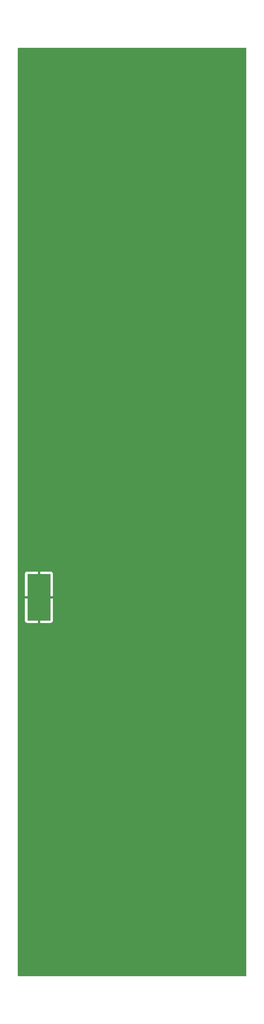
<source format=gbl>
%TF.GenerationSoftware,KiCad,Pcbnew,8.0.5*%
%TF.CreationDate,2024-12-04T20:04:43+01:00*%
%TF.ProjectId,DMH_Mixer_PANEL,444d485f-4d69-4786-9572-5f50414e454c,rev?*%
%TF.SameCoordinates,Original*%
%TF.FileFunction,Copper,L2,Bot*%
%TF.FilePolarity,Positive*%
%FSLAX46Y46*%
G04 Gerber Fmt 4.6, Leading zero omitted, Abs format (unit mm)*
G04 Created by KiCad (PCBNEW 8.0.5) date 2024-12-04 20:04:43*
%MOMM*%
%LPD*%
G01*
G04 APERTURE LIST*
%TA.AperFunction,ComponentPad*%
%ADD10C,4.000000*%
%TD*%
%TA.AperFunction,ComponentPad*%
%ADD11C,2.900000*%
%TD*%
%TA.AperFunction,ComponentPad*%
%ADD12C,13.000000*%
%TD*%
%TA.AperFunction,ComponentPad*%
%ADD13C,0.500000*%
%TD*%
%TA.AperFunction,ConnectorPad*%
%ADD14C,12.000000*%
%TD*%
%TA.AperFunction,ComponentPad*%
%ADD15O,2.500000X1.500000*%
%TD*%
%TA.AperFunction,ComponentPad*%
%ADD16C,2.600000*%
%TD*%
%TA.AperFunction,SMDPad,CuDef*%
%ADD17R,5.000000X10.000000*%
%TD*%
G04 APERTURE END LIST*
D10*
%TO.P,H3,1,1*%
%TO.N,GND*%
X53500000Y-226500000D03*
%TD*%
D11*
%TO.P,H18,1,1*%
%TO.N,GND*%
X58500000Y-123100000D03*
D12*
X58500000Y-129500000D03*
%TD*%
D13*
%TO.P,H8,1,1*%
%TO.N,GND*%
X85800000Y-208750000D03*
X87460000Y-204720000D03*
X87470000Y-212790000D03*
X91500000Y-203050000D03*
D14*
X91500000Y-208750000D03*
D13*
X91500000Y-214450000D03*
X95530000Y-212790000D03*
X95540000Y-204720000D03*
X97200000Y-208750000D03*
%TD*%
%TO.P,H5,1,1*%
%TO.N,GND*%
X52800000Y-190250000D03*
X54460000Y-186220000D03*
X54470000Y-194290000D03*
X58500000Y-184550000D03*
D14*
X58500000Y-190250000D03*
D13*
X58500000Y-195950000D03*
X62530000Y-194290000D03*
X62540000Y-186220000D03*
X64200000Y-190250000D03*
%TD*%
D14*
%TO.P,H13,1,1*%
%TO.N,GND*%
X83250000Y-129500000D03*
D15*
X83250000Y-135500000D03*
%TD*%
D11*
%TO.P,H14,1,1*%
%TO.N,GND*%
X58500000Y-52100000D03*
D12*
X58500000Y-58500000D03*
%TD*%
D14*
%TO.P,H11,1,1*%
%TO.N,GND*%
X83250000Y-58500000D03*
D15*
X83250000Y-64500000D03*
%TD*%
D11*
%TO.P,H19,1,1*%
%TO.N,GND*%
X58500000Y-158600000D03*
D12*
X58500000Y-165000000D03*
%TD*%
D13*
%TO.P,H6,1,1*%
%TO.N,GND*%
X69300000Y-190250000D03*
X70960000Y-186220000D03*
X70970000Y-194290000D03*
X75000000Y-184550000D03*
D14*
X75000000Y-190250000D03*
D13*
X75000000Y-195950000D03*
X79030000Y-194290000D03*
X79040000Y-186220000D03*
X80700000Y-190250000D03*
%TD*%
%TO.P,H7,1,1*%
%TO.N,GND*%
X52800000Y-208750000D03*
X54460000Y-204720000D03*
X54470000Y-212790000D03*
X58500000Y-203050000D03*
D14*
X58500000Y-208750000D03*
D13*
X58500000Y-214450000D03*
X62530000Y-212790000D03*
X62540000Y-204720000D03*
X64200000Y-208750000D03*
%TD*%
D14*
%TO.P,H12,1,1*%
%TO.N,GND*%
X83250000Y-94000000D03*
D15*
X83250000Y-100000000D03*
%TD*%
D13*
%TO.P,H15,1,1*%
%TO.N,GND*%
X69300000Y-208750000D03*
X70960000Y-204720000D03*
X70970000Y-212790000D03*
X75000000Y-203050000D03*
D14*
X75000000Y-208750000D03*
D13*
X75000000Y-214450000D03*
X79030000Y-212790000D03*
X79040000Y-204720000D03*
X80700000Y-208750000D03*
%TD*%
D10*
%TO.P,H2,1,1*%
%TO.N,GND*%
X96500000Y-33500000D03*
%TD*%
%TO.P,H4,1,1*%
%TO.N,GND*%
X96500000Y-226500000D03*
%TD*%
D14*
%TO.P,H16,1,1*%
%TO.N,GND*%
X83250000Y-165000000D03*
D15*
X83250000Y-171000000D03*
%TD*%
D10*
%TO.P,H1,1,1*%
%TO.N,GND*%
X53500000Y-33500000D03*
%TD*%
D16*
%TO.P,H9,1,1*%
%TO.N,GND*%
X91500000Y-185050000D03*
D12*
X91500000Y-190250000D03*
%TD*%
D11*
%TO.P,H17,1,1*%
%TO.N,GND*%
X58500000Y-87600000D03*
D12*
X58500000Y-94000000D03*
%TD*%
D17*
%TO.P,J0,1,Pin_1*%
%TO.N,GND*%
X55000000Y-148250000D03*
%TD*%
%TA.AperFunction,Conductor*%
%TO.N,GND*%
G36*
X99442539Y-30520185D02*
G01*
X99488294Y-30572989D01*
X99499500Y-30624500D01*
X99499500Y-229375500D01*
X99479815Y-229442539D01*
X99427011Y-229488294D01*
X99375500Y-229499500D01*
X50624500Y-229499500D01*
X50557461Y-229479815D01*
X50511706Y-229427011D01*
X50500500Y-229375500D01*
X50500500Y-208749993D01*
X53094630Y-208749993D01*
X53094630Y-208750006D01*
X53114101Y-209208394D01*
X53172381Y-209663513D01*
X53269043Y-210112028D01*
X53403399Y-210550746D01*
X53403401Y-210550751D01*
X53574468Y-210976468D01*
X53574472Y-210976479D01*
X53781026Y-211386154D01*
X53781037Y-211386174D01*
X53901317Y-211581521D01*
X54021599Y-211776871D01*
X54294429Y-212145762D01*
X54597560Y-212490186D01*
X54928809Y-212807662D01*
X55285788Y-213095902D01*
X55665925Y-213352830D01*
X56066482Y-213576595D01*
X56066485Y-213576596D01*
X56066494Y-213576601D01*
X56484566Y-213765581D01*
X56484573Y-213765584D01*
X56917185Y-213918435D01*
X57361201Y-214034048D01*
X57813422Y-214111589D01*
X57954946Y-214123634D01*
X58270571Y-214150499D01*
X58270588Y-214150499D01*
X58270590Y-214150500D01*
X58270591Y-214150500D01*
X58729409Y-214150500D01*
X58729410Y-214150500D01*
X58729411Y-214150499D01*
X58729428Y-214150499D01*
X59001523Y-214127339D01*
X59186578Y-214111589D01*
X59638799Y-214034048D01*
X60082815Y-213918435D01*
X60515427Y-213765584D01*
X60933518Y-213576595D01*
X61334075Y-213352830D01*
X61714212Y-213095902D01*
X62071191Y-212807662D01*
X62402440Y-212490186D01*
X62705571Y-212145762D01*
X62978401Y-211776871D01*
X63218964Y-211386172D01*
X63425527Y-210976479D01*
X63596601Y-210550744D01*
X63730955Y-210112035D01*
X63827619Y-209663512D01*
X63885897Y-209208407D01*
X63905370Y-208750000D01*
X63905370Y-208749993D01*
X69594630Y-208749993D01*
X69594630Y-208750006D01*
X69614101Y-209208394D01*
X69672381Y-209663513D01*
X69769043Y-210112028D01*
X69903399Y-210550746D01*
X69903401Y-210550751D01*
X70074468Y-210976468D01*
X70074472Y-210976479D01*
X70281026Y-211386154D01*
X70281037Y-211386174D01*
X70401317Y-211581521D01*
X70521599Y-211776871D01*
X70794429Y-212145762D01*
X71097560Y-212490186D01*
X71428809Y-212807662D01*
X71785788Y-213095902D01*
X72165925Y-213352830D01*
X72566482Y-213576595D01*
X72566485Y-213576596D01*
X72566494Y-213576601D01*
X72984566Y-213765581D01*
X72984573Y-213765584D01*
X73417185Y-213918435D01*
X73861201Y-214034048D01*
X74313422Y-214111589D01*
X74454946Y-214123634D01*
X74770571Y-214150499D01*
X74770588Y-214150499D01*
X74770590Y-214150500D01*
X74770591Y-214150500D01*
X75229409Y-214150500D01*
X75229410Y-214150500D01*
X75229411Y-214150499D01*
X75229428Y-214150499D01*
X75501523Y-214127339D01*
X75686578Y-214111589D01*
X76138799Y-214034048D01*
X76582815Y-213918435D01*
X77015427Y-213765584D01*
X77433518Y-213576595D01*
X77834075Y-213352830D01*
X78214212Y-213095902D01*
X78571191Y-212807662D01*
X78902440Y-212490186D01*
X79205571Y-212145762D01*
X79478401Y-211776871D01*
X79718964Y-211386172D01*
X79925527Y-210976479D01*
X80096601Y-210550744D01*
X80230955Y-210112035D01*
X80327619Y-209663512D01*
X80385897Y-209208407D01*
X80405370Y-208750000D01*
X80405370Y-208749993D01*
X86094630Y-208749993D01*
X86094630Y-208750006D01*
X86114101Y-209208394D01*
X86172381Y-209663513D01*
X86269043Y-210112028D01*
X86403399Y-210550746D01*
X86403401Y-210550751D01*
X86574468Y-210976468D01*
X86574472Y-210976479D01*
X86781026Y-211386154D01*
X86781037Y-211386174D01*
X86901317Y-211581521D01*
X87021599Y-211776871D01*
X87294429Y-212145762D01*
X87597560Y-212490186D01*
X87928809Y-212807662D01*
X88285788Y-213095902D01*
X88665925Y-213352830D01*
X89066482Y-213576595D01*
X89066485Y-213576596D01*
X89066494Y-213576601D01*
X89484566Y-213765581D01*
X89484573Y-213765584D01*
X89917185Y-213918435D01*
X90361201Y-214034048D01*
X90813422Y-214111589D01*
X90954946Y-214123634D01*
X91270571Y-214150499D01*
X91270588Y-214150499D01*
X91270590Y-214150500D01*
X91270591Y-214150500D01*
X91729409Y-214150500D01*
X91729410Y-214150500D01*
X91729411Y-214150499D01*
X91729428Y-214150499D01*
X92001523Y-214127339D01*
X92186578Y-214111589D01*
X92638799Y-214034048D01*
X93082815Y-213918435D01*
X93515427Y-213765584D01*
X93933518Y-213576595D01*
X94334075Y-213352830D01*
X94714212Y-213095902D01*
X95071191Y-212807662D01*
X95402440Y-212490186D01*
X95705571Y-212145762D01*
X95978401Y-211776871D01*
X96218964Y-211386172D01*
X96425527Y-210976479D01*
X96596601Y-210550744D01*
X96730955Y-210112035D01*
X96827619Y-209663512D01*
X96885897Y-209208407D01*
X96905370Y-208750000D01*
X96885897Y-208291593D01*
X96827619Y-207836488D01*
X96730955Y-207387965D01*
X96596601Y-206949256D01*
X96425527Y-206523521D01*
X96425527Y-206523520D01*
X96218973Y-206113845D01*
X96218962Y-206113825D01*
X96167601Y-206030410D01*
X95978401Y-205723129D01*
X95705571Y-205354238D01*
X95402440Y-205009814D01*
X95071191Y-204692338D01*
X94714212Y-204404098D01*
X94334075Y-204147170D01*
X94311723Y-204134683D01*
X93933526Y-203923409D01*
X93933505Y-203923398D01*
X93515433Y-203734418D01*
X93082810Y-203581563D01*
X92638797Y-203465951D01*
X92186588Y-203388412D01*
X92186562Y-203388409D01*
X91729428Y-203349500D01*
X91729410Y-203349500D01*
X91270590Y-203349500D01*
X91270571Y-203349500D01*
X90813437Y-203388409D01*
X90813411Y-203388412D01*
X90361202Y-203465951D01*
X89917189Y-203581563D01*
X89484566Y-203734418D01*
X89066494Y-203923398D01*
X89066473Y-203923409D01*
X88665933Y-204147165D01*
X88665914Y-204147177D01*
X88285793Y-204404094D01*
X87928806Y-204692340D01*
X87597559Y-205009814D01*
X87294435Y-205354230D01*
X87021598Y-205723130D01*
X86781037Y-206113825D01*
X86781026Y-206113845D01*
X86574472Y-206523520D01*
X86574468Y-206523531D01*
X86403401Y-206949248D01*
X86403399Y-206949253D01*
X86269043Y-207387971D01*
X86172381Y-207836486D01*
X86114101Y-208291605D01*
X86094630Y-208749993D01*
X80405370Y-208749993D01*
X80385897Y-208291593D01*
X80327619Y-207836488D01*
X80230955Y-207387965D01*
X80096601Y-206949256D01*
X79925527Y-206523521D01*
X79925527Y-206523520D01*
X79718973Y-206113845D01*
X79718962Y-206113825D01*
X79667601Y-206030410D01*
X79478401Y-205723129D01*
X79205571Y-205354238D01*
X78902440Y-205009814D01*
X78571191Y-204692338D01*
X78214212Y-204404098D01*
X77834075Y-204147170D01*
X77811723Y-204134683D01*
X77433526Y-203923409D01*
X77433505Y-203923398D01*
X77015433Y-203734418D01*
X76582810Y-203581563D01*
X76138797Y-203465951D01*
X75686588Y-203388412D01*
X75686562Y-203388409D01*
X75229428Y-203349500D01*
X75229410Y-203349500D01*
X74770590Y-203349500D01*
X74770571Y-203349500D01*
X74313437Y-203388409D01*
X74313411Y-203388412D01*
X73861202Y-203465951D01*
X73417189Y-203581563D01*
X72984566Y-203734418D01*
X72566494Y-203923398D01*
X72566473Y-203923409D01*
X72165933Y-204147165D01*
X72165914Y-204147177D01*
X71785793Y-204404094D01*
X71428806Y-204692340D01*
X71097559Y-205009814D01*
X70794435Y-205354230D01*
X70521598Y-205723130D01*
X70281037Y-206113825D01*
X70281026Y-206113845D01*
X70074472Y-206523520D01*
X70074468Y-206523531D01*
X69903401Y-206949248D01*
X69903399Y-206949253D01*
X69769043Y-207387971D01*
X69672381Y-207836486D01*
X69614101Y-208291605D01*
X69594630Y-208749993D01*
X63905370Y-208749993D01*
X63885897Y-208291593D01*
X63827619Y-207836488D01*
X63730955Y-207387965D01*
X63596601Y-206949256D01*
X63425527Y-206523521D01*
X63425527Y-206523520D01*
X63218973Y-206113845D01*
X63218962Y-206113825D01*
X63167601Y-206030410D01*
X62978401Y-205723129D01*
X62705571Y-205354238D01*
X62402440Y-205009814D01*
X62071191Y-204692338D01*
X61714212Y-204404098D01*
X61334075Y-204147170D01*
X61311723Y-204134683D01*
X60933526Y-203923409D01*
X60933505Y-203923398D01*
X60515433Y-203734418D01*
X60082810Y-203581563D01*
X59638797Y-203465951D01*
X59186588Y-203388412D01*
X59186562Y-203388409D01*
X58729428Y-203349500D01*
X58729410Y-203349500D01*
X58270590Y-203349500D01*
X58270571Y-203349500D01*
X57813437Y-203388409D01*
X57813411Y-203388412D01*
X57361202Y-203465951D01*
X56917189Y-203581563D01*
X56484566Y-203734418D01*
X56066494Y-203923398D01*
X56066473Y-203923409D01*
X55665933Y-204147165D01*
X55665914Y-204147177D01*
X55285793Y-204404094D01*
X54928806Y-204692340D01*
X54597559Y-205009814D01*
X54294435Y-205354230D01*
X54021598Y-205723130D01*
X53781037Y-206113825D01*
X53781026Y-206113845D01*
X53574472Y-206523520D01*
X53574468Y-206523531D01*
X53403401Y-206949248D01*
X53403399Y-206949253D01*
X53269043Y-207387971D01*
X53172381Y-207836486D01*
X53114101Y-208291605D01*
X53094630Y-208749993D01*
X50500500Y-208749993D01*
X50500500Y-190249993D01*
X53094630Y-190249993D01*
X53094630Y-190250006D01*
X53114101Y-190708394D01*
X53172381Y-191163513D01*
X53269043Y-191612028D01*
X53403399Y-192050746D01*
X53403401Y-192050751D01*
X53574468Y-192476468D01*
X53574472Y-192476479D01*
X53781026Y-192886154D01*
X53781037Y-192886174D01*
X53901317Y-193081521D01*
X54021599Y-193276871D01*
X54294429Y-193645762D01*
X54597560Y-193990186D01*
X54928809Y-194307662D01*
X55285788Y-194595902D01*
X55665925Y-194852830D01*
X56066482Y-195076595D01*
X56066485Y-195076596D01*
X56066494Y-195076601D01*
X56484566Y-195265581D01*
X56484573Y-195265584D01*
X56917185Y-195418435D01*
X57361201Y-195534048D01*
X57813422Y-195611589D01*
X57954946Y-195623634D01*
X58270571Y-195650499D01*
X58270588Y-195650499D01*
X58270590Y-195650500D01*
X58270591Y-195650500D01*
X58729409Y-195650500D01*
X58729410Y-195650500D01*
X58729411Y-195650499D01*
X58729428Y-195650499D01*
X59001523Y-195627339D01*
X59186578Y-195611589D01*
X59638799Y-195534048D01*
X60082815Y-195418435D01*
X60515427Y-195265584D01*
X60933518Y-195076595D01*
X61334075Y-194852830D01*
X61714212Y-194595902D01*
X62071191Y-194307662D01*
X62402440Y-193990186D01*
X62705571Y-193645762D01*
X62978401Y-193276871D01*
X63218964Y-192886172D01*
X63425527Y-192476479D01*
X63596601Y-192050744D01*
X63730955Y-191612035D01*
X63827619Y-191163512D01*
X63885897Y-190708407D01*
X63905370Y-190250000D01*
X63905370Y-190249993D01*
X69594630Y-190249993D01*
X69594630Y-190250006D01*
X69614101Y-190708394D01*
X69672381Y-191163513D01*
X69769043Y-191612028D01*
X69903399Y-192050746D01*
X69903401Y-192050751D01*
X70074468Y-192476468D01*
X70074472Y-192476479D01*
X70281026Y-192886154D01*
X70281037Y-192886174D01*
X70401317Y-193081521D01*
X70521599Y-193276871D01*
X70794429Y-193645762D01*
X71097560Y-193990186D01*
X71428809Y-194307662D01*
X71785788Y-194595902D01*
X72165925Y-194852830D01*
X72566482Y-195076595D01*
X72566485Y-195076596D01*
X72566494Y-195076601D01*
X72984566Y-195265581D01*
X72984573Y-195265584D01*
X73417185Y-195418435D01*
X73861201Y-195534048D01*
X74313422Y-195611589D01*
X74454946Y-195623634D01*
X74770571Y-195650499D01*
X74770588Y-195650499D01*
X74770590Y-195650500D01*
X74770591Y-195650500D01*
X75229409Y-195650500D01*
X75229410Y-195650500D01*
X75229411Y-195650499D01*
X75229428Y-195650499D01*
X75501523Y-195627339D01*
X75686578Y-195611589D01*
X76138799Y-195534048D01*
X76582815Y-195418435D01*
X77015427Y-195265584D01*
X77433518Y-195076595D01*
X77834075Y-194852830D01*
X78214212Y-194595902D01*
X78571191Y-194307662D01*
X78902440Y-193990186D01*
X79205571Y-193645762D01*
X79478401Y-193276871D01*
X79718964Y-192886172D01*
X79925527Y-192476479D01*
X80096601Y-192050744D01*
X80230955Y-191612035D01*
X80327619Y-191163512D01*
X80385897Y-190708407D01*
X80405370Y-190250000D01*
X80385897Y-189791593D01*
X80327619Y-189336488D01*
X80230955Y-188887965D01*
X80096601Y-188449256D01*
X79925527Y-188023521D01*
X79925527Y-188023520D01*
X79718973Y-187613845D01*
X79718962Y-187613825D01*
X79667601Y-187530410D01*
X79478401Y-187223129D01*
X79205571Y-186854238D01*
X78902440Y-186509814D01*
X78571191Y-186192338D01*
X78214212Y-185904098D01*
X77834075Y-185647170D01*
X77811723Y-185634683D01*
X77433526Y-185423409D01*
X77433505Y-185423398D01*
X77015433Y-185234418D01*
X76582810Y-185081563D01*
X76138797Y-184965951D01*
X75686588Y-184888412D01*
X75686562Y-184888409D01*
X75229428Y-184849500D01*
X75229410Y-184849500D01*
X74770590Y-184849500D01*
X74770571Y-184849500D01*
X74313437Y-184888409D01*
X74313411Y-184888412D01*
X73861202Y-184965951D01*
X73417189Y-185081563D01*
X72984566Y-185234418D01*
X72566494Y-185423398D01*
X72566473Y-185423409D01*
X72165933Y-185647165D01*
X72165914Y-185647177D01*
X71785793Y-185904094D01*
X71428806Y-186192340D01*
X71097559Y-186509814D01*
X70794435Y-186854230D01*
X70521598Y-187223130D01*
X70281037Y-187613825D01*
X70281026Y-187613845D01*
X70074472Y-188023520D01*
X70074468Y-188023531D01*
X69903401Y-188449248D01*
X69903399Y-188449253D01*
X69769043Y-188887971D01*
X69672381Y-189336486D01*
X69614101Y-189791605D01*
X69594630Y-190249993D01*
X63905370Y-190249993D01*
X63885897Y-189791593D01*
X63827619Y-189336488D01*
X63730955Y-188887965D01*
X63596601Y-188449256D01*
X63425527Y-188023521D01*
X63425527Y-188023520D01*
X63218973Y-187613845D01*
X63218962Y-187613825D01*
X63167601Y-187530410D01*
X62978401Y-187223129D01*
X62705571Y-186854238D01*
X62402440Y-186509814D01*
X62071191Y-186192338D01*
X61714212Y-185904098D01*
X61334075Y-185647170D01*
X61311723Y-185634683D01*
X60933526Y-185423409D01*
X60933505Y-185423398D01*
X60515433Y-185234418D01*
X60082810Y-185081563D01*
X59638797Y-184965951D01*
X59186588Y-184888412D01*
X59186562Y-184888409D01*
X58729428Y-184849500D01*
X58729410Y-184849500D01*
X58270590Y-184849500D01*
X58270571Y-184849500D01*
X57813437Y-184888409D01*
X57813411Y-184888412D01*
X57361202Y-184965951D01*
X56917189Y-185081563D01*
X56484566Y-185234418D01*
X56066494Y-185423398D01*
X56066473Y-185423409D01*
X55665933Y-185647165D01*
X55665914Y-185647177D01*
X55285793Y-185904094D01*
X54928806Y-186192340D01*
X54597559Y-186509814D01*
X54294435Y-186854230D01*
X54021598Y-187223130D01*
X53781037Y-187613825D01*
X53781026Y-187613845D01*
X53574472Y-188023520D01*
X53574468Y-188023531D01*
X53403401Y-188449248D01*
X53403399Y-188449253D01*
X53269043Y-188887971D01*
X53172381Y-189336486D01*
X53114101Y-189791605D01*
X53094630Y-190249993D01*
X50500500Y-190249993D01*
X50500500Y-165000000D01*
X79244675Y-165000000D01*
X79263962Y-165392591D01*
X79263962Y-165392597D01*
X79263963Y-165392599D01*
X79321637Y-165781406D01*
X79417143Y-166162684D01*
X79549561Y-166532770D01*
X79549562Y-166532772D01*
X79717620Y-166888100D01*
X79919692Y-167225236D01*
X80153846Y-167540956D01*
X80417807Y-167832192D01*
X80709043Y-168096153D01*
X80709049Y-168096158D01*
X81024761Y-168330306D01*
X81024763Y-168330307D01*
X81361899Y-168532379D01*
X81361902Y-168532380D01*
X81361903Y-168532381D01*
X81717228Y-168700438D01*
X82087316Y-168832857D01*
X82468600Y-168928364D01*
X82857409Y-168986038D01*
X83250000Y-169005325D01*
X83642591Y-168986038D01*
X84031400Y-168928364D01*
X84412684Y-168832857D01*
X84782772Y-168700438D01*
X85138097Y-168532381D01*
X85475239Y-168330306D01*
X85790951Y-168096158D01*
X86082192Y-167832192D01*
X86346158Y-167540951D01*
X86580306Y-167225239D01*
X86782381Y-166888097D01*
X86950438Y-166532772D01*
X87082857Y-166162684D01*
X87178364Y-165781400D01*
X87236038Y-165392591D01*
X87255325Y-165000000D01*
X87236038Y-164607409D01*
X87178364Y-164218600D01*
X87082857Y-163837316D01*
X86950438Y-163467228D01*
X86782381Y-163111903D01*
X86580306Y-162774761D01*
X86346158Y-162459049D01*
X86346153Y-162459043D01*
X86082192Y-162167807D01*
X85790956Y-161903846D01*
X85475236Y-161669692D01*
X85138100Y-161467620D01*
X84782772Y-161299562D01*
X84782770Y-161299561D01*
X84412684Y-161167143D01*
X84031406Y-161071637D01*
X84031401Y-161071636D01*
X84031400Y-161071636D01*
X83887256Y-161050254D01*
X83642599Y-161013963D01*
X83642597Y-161013962D01*
X83642591Y-161013962D01*
X83250000Y-160994675D01*
X82857409Y-161013962D01*
X82857403Y-161013962D01*
X82857400Y-161013963D01*
X82468593Y-161071637D01*
X82087315Y-161167143D01*
X81717229Y-161299561D01*
X81717227Y-161299562D01*
X81361899Y-161467620D01*
X81024763Y-161669692D01*
X80709043Y-161903846D01*
X80417807Y-162167807D01*
X80153846Y-162459043D01*
X79919692Y-162774763D01*
X79717620Y-163111899D01*
X79549562Y-163467227D01*
X79549561Y-163467229D01*
X79417143Y-163837315D01*
X79321637Y-164218593D01*
X79321636Y-164218600D01*
X79263962Y-164607409D01*
X79244675Y-165000000D01*
X50500500Y-165000000D01*
X50500500Y-153297844D01*
X52000000Y-153297844D01*
X52006401Y-153357372D01*
X52006403Y-153357379D01*
X52056645Y-153492086D01*
X52056649Y-153492093D01*
X52142809Y-153607187D01*
X52142812Y-153607190D01*
X52257906Y-153693350D01*
X52257913Y-153693354D01*
X52392620Y-153743596D01*
X52392627Y-153743598D01*
X52452155Y-153749999D01*
X52452172Y-153750000D01*
X54750000Y-153750000D01*
X55250000Y-153750000D01*
X57547828Y-153750000D01*
X57547844Y-153749999D01*
X57607372Y-153743598D01*
X57607379Y-153743596D01*
X57742086Y-153693354D01*
X57742093Y-153693350D01*
X57857187Y-153607190D01*
X57857190Y-153607187D01*
X57943350Y-153492093D01*
X57943354Y-153492086D01*
X57993596Y-153357379D01*
X57993598Y-153357372D01*
X57999999Y-153297844D01*
X58000000Y-153297827D01*
X58000000Y-148500000D01*
X55250000Y-148500000D01*
X55250000Y-153750000D01*
X54750000Y-153750000D01*
X54750000Y-148500000D01*
X52000000Y-148500000D01*
X52000000Y-153297844D01*
X50500500Y-153297844D01*
X50500500Y-143202155D01*
X52000000Y-143202155D01*
X52000000Y-148000000D01*
X54750000Y-148000000D01*
X55250000Y-148000000D01*
X58000000Y-148000000D01*
X58000000Y-143202172D01*
X57999999Y-143202155D01*
X57993598Y-143142627D01*
X57993596Y-143142620D01*
X57943354Y-143007913D01*
X57943350Y-143007906D01*
X57857190Y-142892812D01*
X57857187Y-142892809D01*
X57742093Y-142806649D01*
X57742086Y-142806645D01*
X57607379Y-142756403D01*
X57607372Y-142756401D01*
X57547844Y-142750000D01*
X55250000Y-142750000D01*
X55250000Y-148000000D01*
X54750000Y-148000000D01*
X54750000Y-142750000D01*
X52452155Y-142750000D01*
X52392627Y-142756401D01*
X52392620Y-142756403D01*
X52257913Y-142806645D01*
X52257906Y-142806649D01*
X52142812Y-142892809D01*
X52142809Y-142892812D01*
X52056649Y-143007906D01*
X52056645Y-143007913D01*
X52006403Y-143142620D01*
X52006401Y-143142627D01*
X52000000Y-143202155D01*
X50500500Y-143202155D01*
X50500500Y-129500000D01*
X79244675Y-129500000D01*
X79263962Y-129892591D01*
X79263962Y-129892597D01*
X79263963Y-129892599D01*
X79321637Y-130281406D01*
X79417143Y-130662684D01*
X79549561Y-131032770D01*
X79549562Y-131032772D01*
X79717620Y-131388100D01*
X79919692Y-131725236D01*
X80153846Y-132040956D01*
X80417807Y-132332192D01*
X80709043Y-132596153D01*
X80709049Y-132596158D01*
X81024761Y-132830306D01*
X81024763Y-132830307D01*
X81361899Y-133032379D01*
X81361902Y-133032380D01*
X81361903Y-133032381D01*
X81717228Y-133200438D01*
X82087316Y-133332857D01*
X82468600Y-133428364D01*
X82857409Y-133486038D01*
X83250000Y-133505325D01*
X83642591Y-133486038D01*
X84031400Y-133428364D01*
X84412684Y-133332857D01*
X84782772Y-133200438D01*
X85138097Y-133032381D01*
X85475239Y-132830306D01*
X85790951Y-132596158D01*
X86082192Y-132332192D01*
X86346158Y-132040951D01*
X86580306Y-131725239D01*
X86782381Y-131388097D01*
X86950438Y-131032772D01*
X87082857Y-130662684D01*
X87178364Y-130281400D01*
X87236038Y-129892591D01*
X87255325Y-129500000D01*
X87236038Y-129107409D01*
X87178364Y-128718600D01*
X87082857Y-128337316D01*
X86950438Y-127967228D01*
X86782381Y-127611903D01*
X86580306Y-127274761D01*
X86346158Y-126959049D01*
X86346153Y-126959043D01*
X86082192Y-126667807D01*
X85790956Y-126403846D01*
X85475236Y-126169692D01*
X85138100Y-125967620D01*
X84782772Y-125799562D01*
X84782770Y-125799561D01*
X84412684Y-125667143D01*
X84031406Y-125571637D01*
X84031401Y-125571636D01*
X84031400Y-125571636D01*
X83887256Y-125550254D01*
X83642599Y-125513963D01*
X83642597Y-125513962D01*
X83642591Y-125513962D01*
X83250000Y-125494675D01*
X82857409Y-125513962D01*
X82857403Y-125513962D01*
X82857400Y-125513963D01*
X82468593Y-125571637D01*
X82087315Y-125667143D01*
X81717229Y-125799561D01*
X81717227Y-125799562D01*
X81361899Y-125967620D01*
X81024763Y-126169692D01*
X80709043Y-126403846D01*
X80417807Y-126667807D01*
X80153846Y-126959043D01*
X79919692Y-127274763D01*
X79717620Y-127611899D01*
X79549562Y-127967227D01*
X79549561Y-127967229D01*
X79417143Y-128337315D01*
X79321637Y-128718593D01*
X79321636Y-128718600D01*
X79263962Y-129107409D01*
X79244675Y-129500000D01*
X50500500Y-129500000D01*
X50500500Y-94000000D01*
X79244675Y-94000000D01*
X79263962Y-94392591D01*
X79263962Y-94392597D01*
X79263963Y-94392599D01*
X79321637Y-94781406D01*
X79417143Y-95162684D01*
X79549561Y-95532770D01*
X79549562Y-95532772D01*
X79717620Y-95888100D01*
X79919692Y-96225236D01*
X80153846Y-96540956D01*
X80417807Y-96832192D01*
X80709043Y-97096153D01*
X80709049Y-97096158D01*
X81024761Y-97330306D01*
X81024763Y-97330307D01*
X81361899Y-97532379D01*
X81361902Y-97532380D01*
X81361903Y-97532381D01*
X81717228Y-97700438D01*
X82087316Y-97832857D01*
X82468600Y-97928364D01*
X82857409Y-97986038D01*
X83250000Y-98005325D01*
X83642591Y-97986038D01*
X84031400Y-97928364D01*
X84412684Y-97832857D01*
X84782772Y-97700438D01*
X85138097Y-97532381D01*
X85475239Y-97330306D01*
X85790951Y-97096158D01*
X86082192Y-96832192D01*
X86346158Y-96540951D01*
X86580306Y-96225239D01*
X86782381Y-95888097D01*
X86950438Y-95532772D01*
X87082857Y-95162684D01*
X87178364Y-94781400D01*
X87236038Y-94392591D01*
X87255325Y-94000000D01*
X87236038Y-93607409D01*
X87178364Y-93218600D01*
X87082857Y-92837316D01*
X86950438Y-92467228D01*
X86782381Y-92111903D01*
X86580306Y-91774761D01*
X86346158Y-91459049D01*
X86346153Y-91459043D01*
X86082192Y-91167807D01*
X85790956Y-90903846D01*
X85475236Y-90669692D01*
X85138100Y-90467620D01*
X84782772Y-90299562D01*
X84782770Y-90299561D01*
X84412684Y-90167143D01*
X84031406Y-90071637D01*
X84031401Y-90071636D01*
X84031400Y-90071636D01*
X83887256Y-90050254D01*
X83642599Y-90013963D01*
X83642597Y-90013962D01*
X83642591Y-90013962D01*
X83250000Y-89994675D01*
X82857409Y-90013962D01*
X82857403Y-90013962D01*
X82857400Y-90013963D01*
X82468593Y-90071637D01*
X82087315Y-90167143D01*
X81717229Y-90299561D01*
X81717227Y-90299562D01*
X81361899Y-90467620D01*
X81024763Y-90669692D01*
X80709043Y-90903846D01*
X80417807Y-91167807D01*
X80153846Y-91459043D01*
X79919692Y-91774763D01*
X79717620Y-92111899D01*
X79549562Y-92467227D01*
X79549561Y-92467229D01*
X79417143Y-92837315D01*
X79321637Y-93218593D01*
X79321636Y-93218600D01*
X79263962Y-93607409D01*
X79244675Y-94000000D01*
X50500500Y-94000000D01*
X50500500Y-58500000D01*
X79244675Y-58500000D01*
X79263962Y-58892591D01*
X79263962Y-58892597D01*
X79263963Y-58892599D01*
X79321637Y-59281406D01*
X79417143Y-59662684D01*
X79549561Y-60032770D01*
X79549562Y-60032772D01*
X79717620Y-60388100D01*
X79919692Y-60725236D01*
X80153846Y-61040956D01*
X80417807Y-61332192D01*
X80709043Y-61596153D01*
X80709049Y-61596158D01*
X81024761Y-61830306D01*
X81024763Y-61830307D01*
X81361899Y-62032379D01*
X81361902Y-62032380D01*
X81361903Y-62032381D01*
X81717228Y-62200438D01*
X82087316Y-62332857D01*
X82468600Y-62428364D01*
X82857409Y-62486038D01*
X83250000Y-62505325D01*
X83642591Y-62486038D01*
X84031400Y-62428364D01*
X84412684Y-62332857D01*
X84782772Y-62200438D01*
X85138097Y-62032381D01*
X85475239Y-61830306D01*
X85790951Y-61596158D01*
X86082192Y-61332192D01*
X86346158Y-61040951D01*
X86580306Y-60725239D01*
X86782381Y-60388097D01*
X86950438Y-60032772D01*
X87082857Y-59662684D01*
X87178364Y-59281400D01*
X87236038Y-58892591D01*
X87255325Y-58500000D01*
X87236038Y-58107409D01*
X87178364Y-57718600D01*
X87082857Y-57337316D01*
X86950438Y-56967228D01*
X86782381Y-56611903D01*
X86580306Y-56274761D01*
X86346158Y-55959049D01*
X86346153Y-55959043D01*
X86082192Y-55667807D01*
X85790956Y-55403846D01*
X85475236Y-55169692D01*
X85138100Y-54967620D01*
X84782772Y-54799562D01*
X84782770Y-54799561D01*
X84412684Y-54667143D01*
X84031406Y-54571637D01*
X84031401Y-54571636D01*
X84031400Y-54571636D01*
X83887256Y-54550254D01*
X83642599Y-54513963D01*
X83642597Y-54513962D01*
X83642591Y-54513962D01*
X83250000Y-54494675D01*
X82857409Y-54513962D01*
X82857403Y-54513962D01*
X82857400Y-54513963D01*
X82468593Y-54571637D01*
X82087315Y-54667143D01*
X81717229Y-54799561D01*
X81717227Y-54799562D01*
X81361899Y-54967620D01*
X81024763Y-55169692D01*
X80709043Y-55403846D01*
X80417807Y-55667807D01*
X80153846Y-55959043D01*
X79919692Y-56274763D01*
X79717620Y-56611899D01*
X79549562Y-56967227D01*
X79549561Y-56967229D01*
X79417143Y-57337315D01*
X79321637Y-57718593D01*
X79321636Y-57718600D01*
X79263962Y-58107409D01*
X79244675Y-58500000D01*
X50500500Y-58500000D01*
X50500500Y-30624500D01*
X50520185Y-30557461D01*
X50572989Y-30511706D01*
X50624500Y-30500500D01*
X99375500Y-30500500D01*
X99442539Y-30520185D01*
G37*
%TD.AperFunction*%
%TD*%
M02*

</source>
